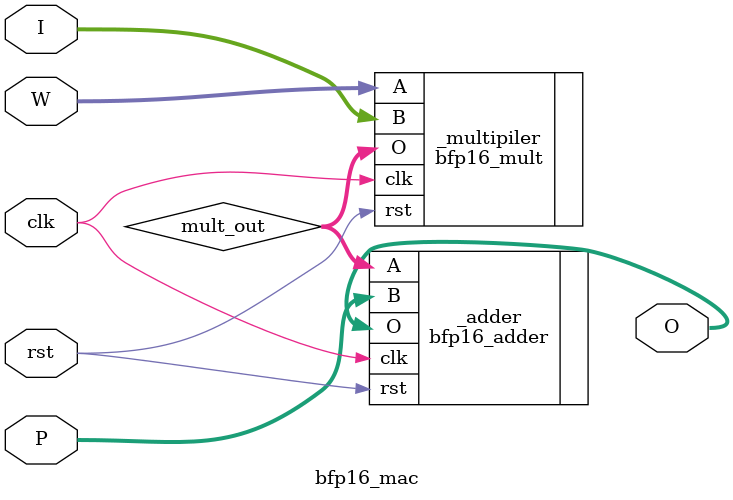
<source format=v>

`timescale 1ns / 1ps


// calculates weight * ifmap + psum = out 
// within 1 clock
//  

// NOTE: Verification delay, Synchronizing
/////////////////////////////////////////////////////////////

module bfp16_mac(clk, rst, W, I, P, O);

	input clk, rst; 
	input [15:0] W, I, P;
	output [15:0] O;

	wire [15:0] mult_out;


	bfp16_mult _multipiler(
	.clk(clk),	
	.rst(rst),
	.A(W),
	.B(I),
	.O(mult_out)
	);

	bfp16_adder _adder(
	.clk(clk),	
	.rst(rst),
	.A(mult_out),
	.B(P),
	.O(O)
	);




endmodule


	



</source>
